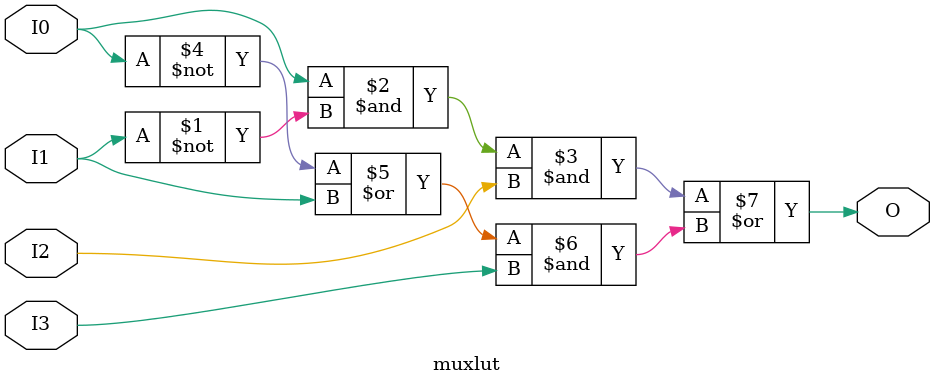
<source format=v>

`timescale 1ns / 1ps
module muxlut(
  input wire I0,I1,I2,I3,
  output wire O
);


// this should implement functionality of the  "LUT" generically
assign O = (I0&~(I1)&(I2))|((~I0|I1)&I3);

endmodule

</source>
